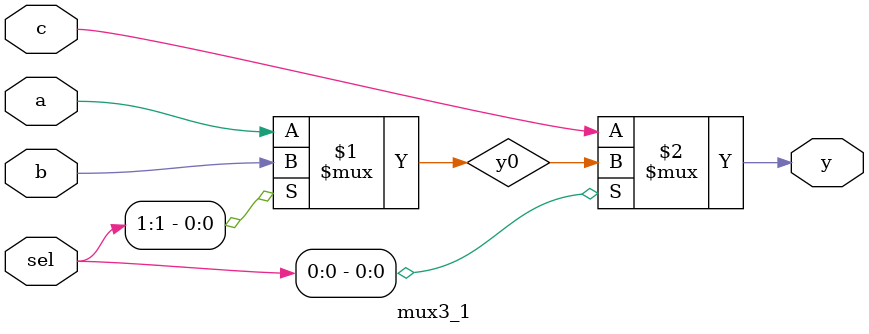
<source format=v>

module day7(
input a, b,
input sel,
output y);

assign y=sel?b:a;

endmodule

//4:1 MUX
module mux4_1(
input a,b,c,d,
input [1:0] sel,
output reg y);

always @(*)
	begin
		case(sel)
		2'b00:y=a;
		2'b01:y=b;
		2'b10:y=c;
		2'b11:y=d;
		endcase
	end
	
endmodule
		
//4:1 MUX from 2:1 MUX
module mux(
input a, b, c, d,
input [1:0] sel,
output y);

wire y0, y1, y2;

day7 mux1(a,b, sel[1], y0);
day7 mux2(c,d, sel[1], y1);
day7 mux3(y0,y1, sel[0], y2);

assign y= y2;

endmodule

//3:1 MUX using 2:1 MUX
module mux3_1(
input a,b,c,
input [1:0] sel,
output y);

assign y0=sel[1]? b:a;
assign y=sel[0] ? y0:c;

endmodule


</source>
